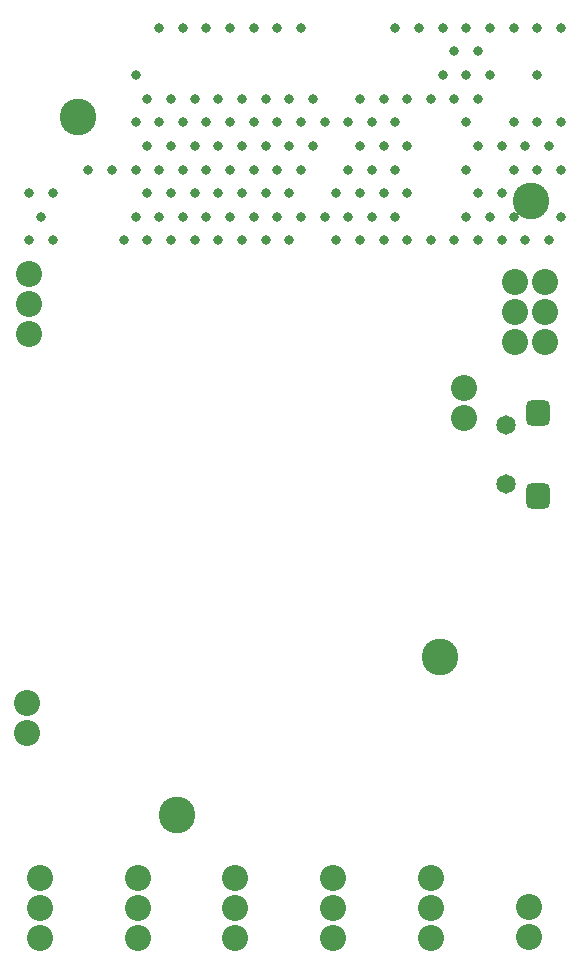
<source format=gbs>
G04*
G04 #@! TF.GenerationSoftware,Altium Limited,Altium Designer,19.0.13 (425)*
G04*
G04 Layer_Color=16711935*
%FSLAX25Y25*%
%MOIN*%
G70*
G01*
G75*
%ADD56C,0.12217*%
%ADD57C,0.08674*%
G04:AMPARAMS|DCode=58|XSize=86.74mil|YSize=82.8mil|CornerRadius=22.7mil|HoleSize=0mil|Usage=FLASHONLY|Rotation=90.000|XOffset=0mil|YOffset=0mil|HoleType=Round|Shape=RoundedRectangle|*
%AMROUNDEDRECTD58*
21,1,0.08674,0.03740,0,0,90.0*
21,1,0.04134,0.08280,0,0,90.0*
1,1,0.04540,0.01870,0.02067*
1,1,0.04540,0.01870,-0.02067*
1,1,0.04540,-0.01870,-0.02067*
1,1,0.04540,-0.01870,0.02067*
%
%ADD58ROUNDEDRECTD58*%
%ADD59C,0.06509*%
%ADD60C,0.03162*%
D56*
X31850Y301142D02*
D03*
X182992Y272874D02*
D03*
X64882Y68386D02*
D03*
X152717Y121102D02*
D03*
D57*
X15590Y228504D02*
D03*
Y238504D02*
D03*
Y248504D02*
D03*
X14921Y95512D02*
D03*
Y105512D02*
D03*
X149621Y47402D02*
D03*
Y37402D02*
D03*
Y27402D02*
D03*
X117038Y47402D02*
D03*
Y37402D02*
D03*
Y27402D02*
D03*
X84456Y47402D02*
D03*
Y37402D02*
D03*
Y27402D02*
D03*
X51874Y47402D02*
D03*
Y37402D02*
D03*
Y27402D02*
D03*
X19291Y47402D02*
D03*
Y37402D02*
D03*
Y27402D02*
D03*
X182165Y37543D02*
D03*
Y27543D02*
D03*
X187769Y246142D02*
D03*
X177769D02*
D03*
X187769Y236142D02*
D03*
X177769D02*
D03*
X187769Y226142D02*
D03*
X177769D02*
D03*
X160630Y210630D02*
D03*
Y200630D02*
D03*
D58*
X185354Y202284D02*
D03*
Y174724D02*
D03*
D59*
X174724Y198346D02*
D03*
Y178661D02*
D03*
D60*
X192914Y330709D02*
D03*
Y299213D02*
D03*
X188977Y291339D02*
D03*
X192914Y283465D02*
D03*
Y267717D02*
D03*
X188977Y259843D02*
D03*
X185040Y330709D02*
D03*
Y314961D02*
D03*
Y299213D02*
D03*
X181103Y291339D02*
D03*
X185040Y283465D02*
D03*
X181103Y259843D02*
D03*
X177166Y330709D02*
D03*
Y299213D02*
D03*
X173229Y291339D02*
D03*
X177166Y283465D02*
D03*
X173229Y275591D02*
D03*
X177166Y267717D02*
D03*
X173229Y259843D02*
D03*
X169291Y330709D02*
D03*
X165355Y322835D02*
D03*
X169291Y314961D02*
D03*
X165355Y307087D02*
D03*
Y291339D02*
D03*
Y275591D02*
D03*
X169291Y267717D02*
D03*
X165355Y259843D02*
D03*
X161417Y330709D02*
D03*
X157481Y322835D02*
D03*
X161417Y314961D02*
D03*
X157481Y307087D02*
D03*
X161417Y299213D02*
D03*
Y283465D02*
D03*
Y267717D02*
D03*
X157481Y259843D02*
D03*
X153543Y330709D02*
D03*
Y314961D02*
D03*
X149607Y307087D02*
D03*
Y259843D02*
D03*
X145669Y330709D02*
D03*
X141733Y307087D02*
D03*
Y291339D02*
D03*
Y275591D02*
D03*
Y259843D02*
D03*
X137795Y330709D02*
D03*
X133858Y307087D02*
D03*
X137795Y299213D02*
D03*
X133858Y291339D02*
D03*
X137795Y283465D02*
D03*
X133858Y275591D02*
D03*
X137795Y267717D02*
D03*
X133858Y259843D02*
D03*
X125984Y307087D02*
D03*
X129921Y299213D02*
D03*
X125984Y291339D02*
D03*
X129921Y283465D02*
D03*
X125984Y275591D02*
D03*
X129921Y267717D02*
D03*
X125984Y259843D02*
D03*
X122047Y299213D02*
D03*
Y283465D02*
D03*
X118110Y275591D02*
D03*
X122047Y267717D02*
D03*
X118110Y259843D02*
D03*
X110236Y307087D02*
D03*
X114173Y299213D02*
D03*
X110236Y291339D02*
D03*
X114173Y267717D02*
D03*
X106299Y330709D02*
D03*
X102362Y307087D02*
D03*
X106299Y299213D02*
D03*
X102362Y291339D02*
D03*
X106299Y283465D02*
D03*
X102362Y275591D02*
D03*
X106299Y267717D02*
D03*
X102362Y259843D02*
D03*
X98425Y330709D02*
D03*
X94488Y307087D02*
D03*
X98425Y299213D02*
D03*
X94488Y291339D02*
D03*
X98425Y283465D02*
D03*
X94488Y275591D02*
D03*
X98425Y267717D02*
D03*
X94488Y259843D02*
D03*
X90551Y330709D02*
D03*
X86614Y307087D02*
D03*
X90551Y299213D02*
D03*
X86614Y291339D02*
D03*
X90551Y283465D02*
D03*
X86614Y275591D02*
D03*
X90551Y267717D02*
D03*
X86614Y259843D02*
D03*
X82677Y330709D02*
D03*
X78740Y307087D02*
D03*
X82677Y299213D02*
D03*
X78740Y291339D02*
D03*
X82677Y283465D02*
D03*
X78740Y275591D02*
D03*
X82677Y267717D02*
D03*
X78740Y259843D02*
D03*
X74803Y330709D02*
D03*
X70866Y307087D02*
D03*
X74803Y299213D02*
D03*
X70866Y291339D02*
D03*
X74803Y283465D02*
D03*
X70866Y275591D02*
D03*
X74803Y267717D02*
D03*
X70866Y259843D02*
D03*
X66929Y330709D02*
D03*
X62992Y307087D02*
D03*
X66929Y299213D02*
D03*
X62992Y291339D02*
D03*
X66929Y283465D02*
D03*
X62992Y275591D02*
D03*
X66929Y267717D02*
D03*
X62992Y259843D02*
D03*
X59055Y330709D02*
D03*
X55118Y307087D02*
D03*
X59055Y299213D02*
D03*
X55118Y291339D02*
D03*
X59055Y283465D02*
D03*
X55118Y275591D02*
D03*
X59055Y267717D02*
D03*
X55118Y259843D02*
D03*
X51181Y314961D02*
D03*
Y299213D02*
D03*
Y283465D02*
D03*
Y267717D02*
D03*
X47244Y259843D02*
D03*
X43307Y283465D02*
D03*
X35433D02*
D03*
X23622Y275591D02*
D03*
Y259843D02*
D03*
X15748Y275591D02*
D03*
X19685Y267717D02*
D03*
X15748Y259843D02*
D03*
M02*

</source>
